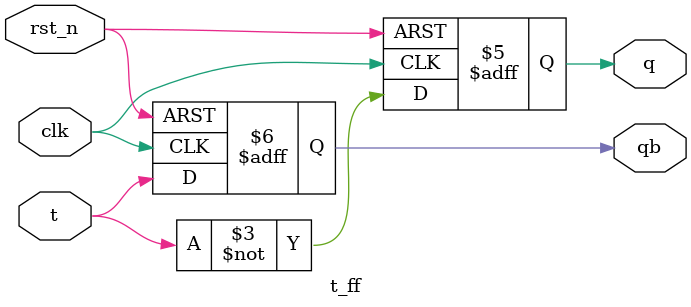
<source format=v>
`timescale 1ns / 1ps

module sr_by_T(
    output q, qbar,
    input s, r, rst_n, clk
    );
    wire t;
    assign t = (r & q) | (s & qbar);
    t_ff ff_1(q, qbar, t, rst_n, clk);
endmodule

module t_ff(
    output reg q,
    output reg qb,
    input t,
    input rst_n,
    input clk
    );

    always @(posedge clk or  negedge rst_n)
    begin
        if (!rst_n)
        begin
            q <= 0;
            qb <= 1;
        end
        else
        begin
            q <= ~t;
            qb <= t;
        end
    end
    initial begin
        q = 0;
        q = 1;
    end
endmodule

</source>
